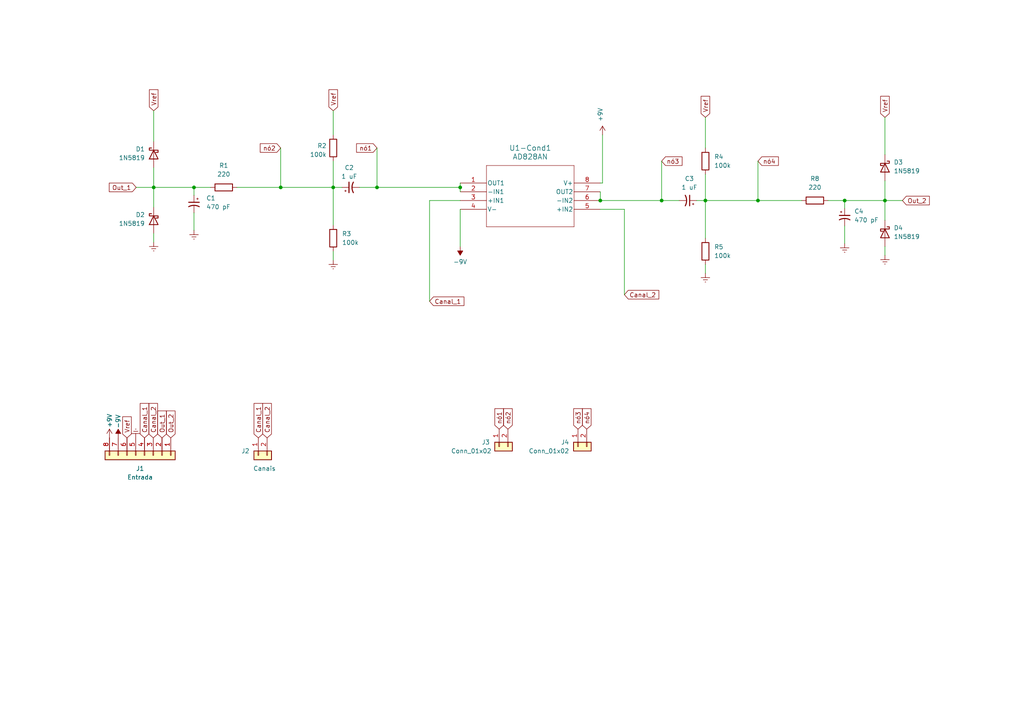
<source format=kicad_sch>
(kicad_sch (version 20230121) (generator eeschema)
  (paper "A4")
  (lib_symbols
    (symbol "AD828AN:AD828AN" (pin_names (offset 0.254))
      (property "Reference" "U" (at 20.32 10.16 0))
      (property "Value" "AD828AN" (at 20.32 7.62 0))
      (symbol "AD828AN_0_1"
        (polyline (pts (xy 7.62 -12.7) (xy 33.02 -12.7)) (stroke (width 0.127)))
        (polyline (pts (xy 7.62 5.08) (xy 7.62 -12.7)) (stroke (width 0.127)))
        (polyline (pts (xy 33.02 -12.7) (xy 33.02 5.08)) (stroke (width 0.127)))
        (polyline (pts (xy 33.02 5.08) (xy 7.62 5.08)) (stroke (width 0.127)))
        (pin unspecified line (at 0 0 0) (length 7.62) (name "OUT1") (number "1"))
        (pin unspecified line (at 0 -2.54 0) (length 7.62) (name "-IN1") (number "2"))
        (pin unspecified line (at 0 -5.08 0) (length 7.62) (name "+IN1") (number "3"))
        (pin power_in line (at 0 -7.62 0) (length 7.62) (name "V-") (number "4"))
        (pin unspecified line (at 40.64 -7.62 180) (length 7.62) (name "+IN2") (number "5"))
        (pin unspecified line (at 40.64 -5.08 180) (length 7.62) (name "-IN2") (number "6"))
        (pin unspecified line (at 40.64 -2.54 180) (length 7.62) (name "OUT2") (number "7"))
        (pin power_in line (at 40.64 0 180) (length 7.62) (name "V+") (number "8"))
      )
    )
    (symbol "Connector_Generic:Conn_01x02" (pin_names (offset 1.016) hide)
      (property "Reference" "J" (at 0 2.54 0))
      (property "Value" "Conn_01x02" (at 0 -5.08 0))
      (symbol "Conn_01x02_1_1"
        (rectangle (start -1.27 -2.413) (end 0 -2.667) (stroke (width 0.1524)))
        (rectangle (start -1.27 0.127) (end 0 -0.127) (stroke (width 0.1524)))
        (rectangle (start -1.27 1.27) (end 1.27 -3.81) (stroke (width 0.254)) (fill (type background)))
        (pin passive line (at -5.08 0 0) (length 3.81) (name "Pin_1") (number "1"))
        (pin passive line (at -5.08 -2.54 0) (length 3.81) (name "Pin_2") (number "2"))
      )
    )
    (symbol "Connector_Generic:Conn_01x08" (pin_names (offset 1.016) hide)
      (property "Reference" "J" (at 0 10.16 0))
      (property "Value" "Conn_01x08" (at 0 -12.7 0))
      (symbol "Conn_01x08_1_1"
        (rectangle (start -1.27 -10.033) (end 0 -10.287) (stroke (width 0.1524)))
        (rectangle (start -1.27 -7.493) (end 0 -7.747) (stroke (width 0.1524)))
        (rectangle (start -1.27 -4.953) (end 0 -5.207) (stroke (width 0.1524)))
        (rectangle (start -1.27 -2.413) (end 0 -2.667) (stroke (width 0.1524)))
        (rectangle (start -1.27 0.127) (end 0 -0.127) (stroke (width 0.1524)))
        (rectangle (start -1.27 2.667) (end 0 2.413) (stroke (width 0.1524)))
        (rectangle (start -1.27 5.207) (end 0 4.953) (stroke (width 0.1524)))
        (rectangle (start -1.27 7.747) (end 0 7.493) (stroke (width 0.1524)))
        (rectangle (start -1.27 8.89) (end 1.27 -11.43) (stroke (width 0.254)) (fill (type background)))
        (pin passive line (at -5.08 7.62 0) (length 3.81) (name "Pin_1") (number "1"))
        (pin passive line (at -5.08 5.08 0) (length 3.81) (name "Pin_2") (number "2"))
        (pin passive line (at -5.08 2.54 0) (length 3.81) (name "Pin_3") (number "3"))
        (pin passive line (at -5.08 0 0) (length 3.81) (name "Pin_4") (number "4"))
        (pin passive line (at -5.08 -2.54 0) (length 3.81) (name "Pin_5") (number "5"))
        (pin passive line (at -5.08 -5.08 0) (length 3.81) (name "Pin_6") (number "6"))
        (pin passive line (at -5.08 -7.62 0) (length 3.81) (name "Pin_7") (number "7"))
        (pin passive line (at -5.08 -10.16 0) (length 3.81) (name "Pin_8") (number "8"))
      )
    )
    (symbol "Device:C_Polarized_Small_US" (pin_numbers hide) (pin_names (offset 0.254) hide)
      (property "Reference" "C" (at 0.254 1.778 0))
      (property "Value" "C_Polarized_Small_US" (at 0.254 -2.032 0))
      (symbol "C_Polarized_Small_US_0_1"
        (polyline (pts (xy -1.524 0.508) (xy 1.524 0.508)) (stroke (width 0.3048)))
        (polyline (pts (xy -1.27 1.524) (xy -0.762 1.524)))
        (polyline (pts (xy -1.016 1.27) (xy -1.016 1.778)))
        (arc (start 1.524 -0.762) (mid 0 -0.3734) (end -1.524 -0.762) (stroke (width 0.3048)))
      )
      (symbol "C_Polarized_Small_US_1_1"
        (pin passive line (at 0 2.54 270) (length 2.032) (name "~") (number "1"))
        (pin passive line (at 0 -2.54 90) (length 2.032) (name "~") (number "2"))
      )
    )
    (symbol "Device:R" (pin_numbers hide) (pin_names (offset 0))
      (property "Reference" "R" (at 2.032 0 90))
      (property "Value" "R" (at 0 0 90))
      (symbol "R_0_1"
        (rectangle (start -1.016 -2.54) (end 1.016 2.54) (stroke (width 0.254)))
      )
      (symbol "R_1_1"
        (pin passive line (at 0 3.81 270) (length 1.27) (name "~") (number "1"))
        (pin passive line (at 0 -3.81 90) (length 1.27) (name "~") (number "2"))
      )
    )
    (symbol "Diode:1N5819" (pin_numbers hide) (pin_names (offset 1.016) hide)
      (property "Reference" "D" (at 0 2.54 0))
      (property "Value" "1N5819" (at 0 -2.54 0))
      (symbol "1N5819_0_1"
        (polyline (pts (xy 1.27 0) (xy -1.27 0)))
        (polyline (pts (xy 1.27 1.27) (xy 1.27 -1.27) (xy -1.27 0) (xy 1.27 1.27)) (stroke (width 0.254)))
        (polyline (pts (xy -1.905 0.635) (xy -1.905 1.27) (xy -1.27 1.27) (xy -1.27 -1.27) (xy -0.635 -1.27) (xy -0.635 -0.635)) (stroke (width 0.254)))
      )
      (symbol "1N5819_1_1"
        (pin passive line (at -3.81 0 0) (length 2.54) (name "K") (number "1"))
        (pin passive line (at 3.81 0 180) (length 2.54) (name "A") (number "2"))
      )
    )
    (symbol "power:+9V" (power) (pin_names (offset 0))
      (property "Value" "+9V" (at 0 3.556 0))
      (symbol "+9V_0_1"
        (polyline (pts (xy -0.762 1.27) (xy 0 2.54)))
        (polyline (pts (xy 0 0) (xy 0 2.54)))
        (polyline (pts (xy 0 2.54) (xy 0.762 1.27)))
      )
      (symbol "+9V_1_1"
        (pin power_in line (at 0 0 90) (length 0) hide (name "+9V") (number "1"))
      )
    )
    (symbol "power:-9V" (power) (pin_names (offset 0))
      (property "Value" "-9V" (at 0 3.81 0))
      (symbol "-9V_0_1"
        (polyline (pts (xy 0 0) (xy 0 2.54)))
        (polyline (pts (xy 0.762 1.27) (xy -0.762 1.27) (xy 0 2.54) (xy 0.762 1.27)) (fill (type outline)))
      )
      (symbol "-9V_1_1"
        (pin power_in line (at 0 0 90) (length 0) hide (name "-9V") (number "1"))
      )
    )
    (symbol "power:Earth" (power) (pin_names (offset 0))
      (symbol "Earth_0_1"
        (polyline (pts (xy -0.635 -1.905) (xy 0.635 -1.905)))
        (polyline (pts (xy -0.127 -2.54) (xy 0.127 -2.54)))
        (polyline (pts (xy 0 -1.27) (xy 0 0)))
        (polyline (pts (xy 1.27 -1.27) (xy -1.27 -1.27)))
      )
      (symbol "Earth_1_1"
        (pin power_in line (at 0 0 270) (length 0) hide (name "Earth") (number "1"))
      )
    )
  )
  (junction (at 96.6482 54.356))
  (junction (at 133.4782 54.356))
  (junction (at 44.5782 54.356))
  (junction (at 219.8382 58.166))
  (junction (at 244.9842 58.166))
  (junction (at 256.6682 58.166))
  (junction (at 56.2622 54.356))
  (junction (at 191.8982 58.166))
  (junction (at 81.4082 54.356))
  (junction (at 109.3482 54.356))
  (junction (at 174.1182 58.166))
  (junction (at 204.5982 58.166))
  (wire (pts (xy 109.3482 54.356) (xy 104.2682 54.356)))
  (wire (pts (xy 174.1182 60.706) (xy 181.1032 60.706)))
  (wire (pts (xy 181.1032 85.471) (xy 181.1032 60.706)))
  (wire (pts (xy 56.2622 54.356) (xy 44.5782 54.356)))
  (wire (pts (xy 124.5882 87.376) (xy 124.5882 58.166)))
  (wire (pts (xy 81.4082 42.926) (xy 81.4082 54.356)))
  (wire (pts (xy 96.6482 72.898) (xy 96.6482 75.438)))
  (wire (pts (xy 202.0582 58.166) (xy 204.5982 58.166)))
  (wire (pts (xy 133.4782 60.706) (xy 133.4782 71.501)))
  (wire (pts (xy 256.6682 63.881) (xy 256.6682 58.166)))
  (wire (pts (xy 219.8382 58.166) (xy 232.5382 58.166)))
  (wire (pts (xy 204.5982 34.036) (xy 204.5982 42.926)))
  (wire (pts (xy 244.9842 65.532) (xy 244.9842 70.612)))
  (wire (pts (xy 44.5782 60.071) (xy 44.5782 54.356)))
  (wire (pts (xy 81.4082 54.356) (xy 68.7082 54.356)))
  (wire (pts (xy 124.5882 58.166) (xy 133.4782 58.166)))
  (wire (pts (xy 244.9842 58.166) (xy 244.9842 60.452)))
  (wire (pts (xy 244.9842 58.166) (xy 256.6682 58.166)))
  (wire (pts (xy 256.6682 58.166) (xy 261.7482 58.166)))
  (wire (pts (xy 109.3482 42.926) (xy 109.3482 54.356)))
  (wire (pts (xy 204.5982 58.166) (xy 204.5982 69.088)))
  (wire (pts (xy 96.6482 46.736) (xy 96.6482 54.356)))
  (wire (pts (xy 133.4782 53.086) (xy 133.4782 54.356)))
  (wire (pts (xy 219.8382 46.736) (xy 219.8382 58.166)))
  (wire (pts (xy 174.7532 39.116) (xy 174.7532 53.086)))
  (wire (pts (xy 204.5982 58.166) (xy 219.8382 58.166)))
  (wire (pts (xy 56.2622 61.722) (xy 56.2622 66.802)))
  (wire (pts (xy 240.1582 58.166) (xy 244.9842 58.166)))
  (wire (pts (xy 44.5782 48.641) (xy 44.5782 54.356)))
  (wire (pts (xy 256.6682 34.036) (xy 256.6682 44.831)))
  (wire (pts (xy 133.4782 54.356) (xy 109.3482 54.356)))
  (wire (pts (xy 56.2622 54.356) (xy 56.2622 56.642)))
  (wire (pts (xy 96.6482 32.131) (xy 96.6482 39.116)))
  (wire (pts (xy 174.7532 53.086) (xy 174.1182 53.086)))
  (wire (pts (xy 44.5782 67.691) (xy 44.5782 70.231)))
  (wire (pts (xy 44.5782 32.131) (xy 44.5782 41.021)))
  (wire (pts (xy 256.6682 71.501) (xy 256.6682 74.041)))
  (wire (pts (xy 204.5982 50.546) (xy 204.5982 58.166)))
  (wire (pts (xy 174.1182 55.626) (xy 174.1182 58.166)))
  (wire (pts (xy 191.8982 46.736) (xy 191.8982 58.166)))
  (wire (pts (xy 191.8982 58.166) (xy 174.1182 58.166)))
  (wire (pts (xy 96.6482 54.356) (xy 96.6482 65.278)))
  (wire (pts (xy 61.0882 54.356) (xy 56.2622 54.356)))
  (wire (pts (xy 256.6682 52.451) (xy 256.6682 58.166)))
  (wire (pts (xy 44.5782 54.356) (xy 39.4982 54.356)))
  (wire (pts (xy 99.1882 54.356) (xy 96.6482 54.356)))
  (wire (pts (xy 204.5982 76.708) (xy 204.5982 79.248)))
  (wire (pts (xy 133.4782 54.356) (xy 133.4782 55.626)))
  (wire (pts (xy 96.6482 54.356) (xy 81.4082 54.356)))
  (wire (pts (xy 191.8982 58.166) (xy 196.9782 58.166)))
  (global_label "Vref" (shape input) (at 36.83 127 90) (property "Intersheetrefs" "${INTERSHEET_REFS}" (effects hide)))
  (global_label "Canal_1" (shape input) (at 41.91 127 90) (property "Intersheetrefs" "${INTERSHEET_REFS}" (effects hide)))
  (global_label "Out_1" (shape input) (at 46.99 127 90) (property "Intersheetrefs" "${INTERSHEET_REFS}" (effects hide)))
  (global_label "Vref" (shape input) (at 256.6682 34.036 90) (property "Intersheetrefs" "${INTERSHEET_REFS}" (effects hide)))
  (global_label "nó2" (shape input) (at 147.32 124.46 90) (property "Intersheetrefs" "${INTERSHEET_REFS}" (effects hide)))
  (global_label "nó4" (shape input) (at 170.18 124.46 90) (property "Intersheetrefs" "${INTERSHEET_REFS}" (effects hide)))
  (global_label "Out_2" (shape input) (at 261.7482 58.166 0) (property "Intersheetrefs" "${INTERSHEET_REFS}" (effects hide)))
  (global_label "nó2" (shape input) (at 81.4082 42.926 180) (property "Intersheetrefs" "${INTERSHEET_REFS}" (effects hide)))
  (global_label "Vref" (shape input) (at 44.5782 32.131 90) (property "Intersheetrefs" "${INTERSHEET_REFS}" (effects hide)))
  (global_label "Vref" (shape input) (at 96.6482 32.131 90) (property "Intersheetrefs" "${INTERSHEET_REFS}" (effects hide)))
  (global_label "Canal_1" (shape input) (at 74.93 127 90) (property "Intersheetrefs" "${INTERSHEET_REFS}" (effects hide)))
  (global_label "Canal_2" (shape input) (at 77.47 127 90) (property "Intersheetrefs" "${INTERSHEET_REFS}" (effects hide)))
  (global_label "Canal_1" (shape input) (at 124.5882 87.376 0) (property "Intersheetrefs" "${INTERSHEET_REFS}" (effects hide)))
  (global_label "Canal_2" (shape input) (at 44.45 127 90) (property "Intersheetrefs" "${INTERSHEET_REFS}" (effects hide)))
  (global_label "nó1" (shape input) (at 144.78 124.46 90) (property "Intersheetrefs" "${INTERSHEET_REFS}" (effects hide)))
  (global_label "Vref" (shape input) (at 204.5982 34.036 90) (property "Intersheetrefs" "${INTERSHEET_REFS}" (effects hide)))
  (global_label "nó1" (shape input) (at 109.3482 42.926 180) (property "Intersheetrefs" "${INTERSHEET_REFS}" (effects hide)))
  (global_label "Canal_2" (shape input) (at 181.1032 85.471 0) (property "Intersheetrefs" "${INTERSHEET_REFS}" (effects hide)))
  (global_label "Out_2" (shape input) (at 49.53 127 90) (property "Intersheetrefs" "${INTERSHEET_REFS}" (effects hide)))
  (global_label "nó4" (shape input) (at 219.8382 46.736 0) (property "Intersheetrefs" "${INTERSHEET_REFS}" (effects hide)))
  (global_label "nó3" (shape input) (at 191.8982 46.736 0) (property "Intersheetrefs" "${INTERSHEET_REFS}" (effects hide)))
  (global_label "nó3" (shape input) (at 167.64 124.46 90) (property "Intersheetrefs" "${INTERSHEET_REFS}" (effects hide)))
  (global_label "Out_1" (shape input) (at 39.4982 54.356 180) (property "Intersheetrefs" "${INTERSHEET_REFS}" (effects hide)))
  (symbol (lib_id "Device:R") (at 204.5982 72.898 0) (unit 1)
    (property "Reference" "R5" (at 207.1382 71.628 0) (effects (justify left)))
    (property "Value" "100k" (at 207.1382 74.168 0) (effects (justify left)))
    (property "Footprint" "Resistor_THT:R_Axial_DIN0207_L6.3mm_D2.5mm_P7.62mm_Horizontal" (effects hide))
  )
  (symbol (lib_id "Device:C_Polarized_Small_US") (at 199.5182 58.166 270) (mirror x) (unit 1)
    (property "Reference" "C3" (at 199.95 51.816 90))
    (property "Value" "1 uF" (at 199.95 54.356 90))
    (property "Footprint" "Capacitor_THT:CP_Radial_D5.0mm_P2.50mm" (effects hide))
  )
  (symbol (lib_id "AD828AN:AD828AN") (at 133.4782 53.086 0) (unit 1)
    (property "Reference" "U1-Cond1" (at 153.7982 42.926 0) (effects (font (size 1.524 1.524))))
    (property "Value" "AD828AN" (at 153.7982 45.466 0) (effects (font (size 1.524 1.524))))
    (property "Footprint" "AD828:N_8_ADI" (effects hide))
    (property "Datasheet" "AD828AN" (effects hide))
  )
  (symbol (lib_id "Device:C_Polarized_Small_US") (at 244.9842 62.992 0) (unit 1)
    (property "Reference" "C4" (at 247.7782 61.2902 0) (effects (justify left)))
    (property "Value" "470 pF" (at 247.7782 63.8302 0) (effects (justify left)))
    (property "Footprint" "Capacitor_THT:CP_Radial_D5.0mm_P2.50mm" (effects hide))
  )
  (symbol (lib_id "power:Earth") (at 244.9842 70.612 0) (unit 1)
    (property "Reference" "#PWR045" (effects hide))
    (property "Value" "Earth" (effects hide))
  )
  (symbol (lib_id "Device:R") (at 64.8982 54.356 270) (mirror x) (unit 1)
    (property "Reference" "R1" (at 64.8982 48.006 90))
    (property "Value" "220" (at 64.8982 50.546 90))
    (property "Footprint" "Resistor_THT:R_Axial_DIN0207_L6.3mm_D2.5mm_P7.62mm_Horizontal" (effects hide))
  )
  (symbol (lib_id "Connector_Generic:Conn_01x08") (at 41.91 132.08 270) (unit 1)
    (property "Reference" "J1" (at 40.64 135.89 90))
    (property "Value" "Entrada" (at 40.64 138.43 90))
    (property "Footprint" "Connector_PinSocket_2.54mm:PinSocket_1x08_P2.54mm_Vertical" (effects hide))
  )
  (symbol (lib_id "Connector_Generic:Conn_01x02") (at 74.93 132.08 90) (mirror x) (unit 1)
    (property "Reference" "J2" (at 72.39 130.81 90) (effects (justify left)))
    (property "Value" "Canais" (at 80.01 135.89 90) (effects (justify left)))
    (property "Footprint" "Connector_PinHeader_2.54mm:PinHeader_1x02_P2.54mm_Vertical" (effects hide))
  )
  (symbol (lib_id "power:-9V") (at 133.4782 71.501 180) (unit 1)
    (property "Reference" "#PWR030" (effects hide))
    (property "Value" "-9V" (at 133.4782 75.946 0))
  )
  (symbol (lib_id "Diode:1N5819") (at 256.6682 67.691 270) (unit 1)
    (property "Reference" "D4" (at 259.2082 66.1035 90) (effects (justify left)))
    (property "Value" "1N5819" (at 259.2082 68.6435 90) (effects (justify left)))
    (property "Footprint" "Diode_THT:D_DO-41_SOD81_P10.16mm_Horizontal" (effects hide))
    (property "Datasheet" "http://www.vishay.com/docs/88525/1n5817.pdf" (effects hide))
  )
  (symbol (lib_id "power:Earth") (at 44.5782 70.231 0) (mirror y) (unit 1)
    (property "Reference" "#PWR015" (effects hide))
    (property "Value" "Earth" (effects hide))
  )
  (symbol (lib_id "power:Earth") (at 39.37 127 180) (unit 1)
    (property "Reference" "#PWR06" (effects hide))
    (property "Value" "Earth" (effects hide))
  )
  (symbol (lib_id "Device:R") (at 204.5982 46.736 0) (unit 1)
    (property "Reference" "R4" (at 207.1382 45.466 0) (effects (justify left)))
    (property "Value" "100k" (at 207.1382 48.006 0) (effects (justify left)))
    (property "Footprint" "Resistor_THT:R_Axial_DIN0207_L6.3mm_D2.5mm_P7.62mm_Horizontal" (effects hide))
  )
  (symbol (lib_id "Device:C_Polarized_Small_US") (at 101.7282 54.356 90) (unit 1)
    (property "Reference" "C2" (at 101.2964 48.641 90))
    (property "Value" "1 uF" (at 101.2964 51.181 90))
    (property "Footprint" "Capacitor_THT:CP_Radial_D5.0mm_P2.50mm" (effects hide))
  )
  (symbol (lib_id "Diode:1N5819") (at 44.5782 44.831 90) (mirror x) (unit 1)
    (property "Reference" "D1" (at 42.0382 43.2435 90) (effects (justify left)))
    (property "Value" "1N5819" (at 42.0382 45.7835 90) (effects (justify left)))
    (property "Footprint" "Diode_THT:D_DO-41_SOD81_P10.16mm_Horizontal" (effects hide))
    (property "Datasheet" "http://www.vishay.com/docs/88525/1n5817.pdf" (effects hide))
  )
  (symbol (lib_id "Device:R") (at 96.6482 69.088 0) (mirror y) (unit 1)
    (property "Reference" "R3" (at 99.1882 67.818 0) (effects (justify right)))
    (property "Value" "100k" (at 99.1882 70.358 0) (effects (justify right)))
    (property "Footprint" "Resistor_THT:R_Axial_DIN0207_L6.3mm_D2.5mm_P7.62mm_Horizontal" (effects hide))
  )
  (symbol (lib_id "Diode:1N5819") (at 44.5782 63.881 90) (mirror x) (unit 1)
    (property "Reference" "D2" (at 42.0382 62.2935 90) (effects (justify left)))
    (property "Value" "1N5819" (at 42.0382 64.8335 90) (effects (justify left)))
    (property "Footprint" "Diode_THT:D_DO-41_SOD81_P10.16mm_Horizontal" (effects hide))
    (property "Datasheet" "http://www.vishay.com/docs/88525/1n5817.pdf" (effects hide))
  )
  (symbol (lib_id "Connector_Generic:Conn_01x02") (at 167.64 129.54 90) (mirror x) (unit 1)
    (property "Reference" "J4" (at 165.1 128.27 90) (effects (justify left)))
    (property "Value" "Conn_01x02" (at 165.1 130.81 90) (effects (justify left)))
    (property "Footprint" "Connector_PinHeader_2.54mm:PinHeader_1x02_P2.54mm_Vertical" (effects hide))
  )
  (symbol (lib_id "Device:R") (at 236.3482 58.166 90) (unit 1)
    (property "Reference" "R8" (at 236.3482 51.816 90))
    (property "Value" "220" (at 236.3482 54.356 90))
    (property "Footprint" "Resistor_THT:R_Axial_DIN0207_L6.3mm_D2.5mm_P7.62mm_Horizontal" (effects hide))
  )
  (symbol (lib_id "power:Earth") (at 96.6482 75.438 0) (mirror y) (unit 1)
    (property "Reference" "#PWR025" (effects hide))
    (property "Value" "Earth" (effects hide))
  )
  (symbol (lib_id "power:+9V") (at 31.75 127 0) (unit 1)
    (property "Reference" "#PWR07" (effects hide))
    (property "Value" "+9V" (at 31.7843 124.0436 90) (effects (justify left)))
  )
  (symbol (lib_id "power:Earth") (at 56.2622 66.802 0) (mirror y) (unit 1)
    (property "Reference" "#PWR018" (effects hide))
    (property "Value" "Earth" (effects hide))
  )
  (symbol (lib_id "Device:R") (at 96.6482 42.926 0) (mirror y) (unit 1)
    (property "Reference" "R2" (at 94.7432 42.291 0) (effects (justify left)))
    (property "Value" "100k" (at 94.7432 44.831 0) (effects (justify left)))
    (property "Footprint" "Resistor_THT:R_Axial_DIN0207_L6.3mm_D2.5mm_P7.62mm_Horizontal" (effects hide))
  )
  (symbol (lib_id "Connector_Generic:Conn_01x02") (at 144.78 129.54 90) (mirror x) (unit 1)
    (property "Reference" "J3" (at 139.7 128.27 90) (effects (justify right)))
    (property "Value" "Conn_01x02" (at 130.81 130.81 90) (effects (justify right)))
    (property "Footprint" "Connector_PinHeader_2.54mm:PinHeader_1x02_P2.54mm_Vertical" (effects hide))
  )
  (symbol (lib_id "Device:C_Polarized_Small_US") (at 56.2622 59.182 0) (mirror y) (unit 1)
    (property "Reference" "C1" (at 59.8182 57.4802 0) (effects (justify right)))
    (property "Value" "470 pF" (at 59.8182 60.0202 0) (effects (justify right)))
    (property "Footprint" "Capacitor_THT:CP_Radial_D5.0mm_P2.50mm" (effects hide))
  )
  (symbol (lib_id "power:+9V") (at 174.7532 39.116 0) (unit 1)
    (property "Reference" "#PWR038" (effects hide))
    (property "Value" "+9V" (at 174.1182 35.306 90) (effects (justify left)))
  )
  (symbol (lib_id "power:Earth") (at 204.5982 79.248 0) (unit 1)
    (property "Reference" "#PWR040" (effects hide))
    (property "Value" "Earth" (effects hide))
  )
  (symbol (lib_id "power:Earth") (at 256.6682 74.041 0) (unit 1)
    (property "Reference" "#PWR048" (effects hide))
    (property "Value" "Earth" (effects hide))
  )
  (symbol (lib_id "Diode:1N5819") (at 256.6682 48.641 270) (unit 1)
    (property "Reference" "D3" (at 259.2082 47.0535 90) (effects (justify left)))
    (property "Value" "1N5819" (at 259.2082 49.5935 90) (effects (justify left)))
    (property "Footprint" "Diode_THT:D_DO-41_SOD81_P10.16mm_Horizontal" (effects hide))
    (property "Datasheet" "http://www.vishay.com/docs/88525/1n5817.pdf" (effects hide))
  )
  (symbol (lib_id "power:-9V") (at 34.29 127 0) (unit 1)
    (property "Reference" "#PWR08" (effects hide))
    (property "Value" "-9V" (at 34.2562 124.2547 90) (effects (justify left)))
  )
)
</source>
